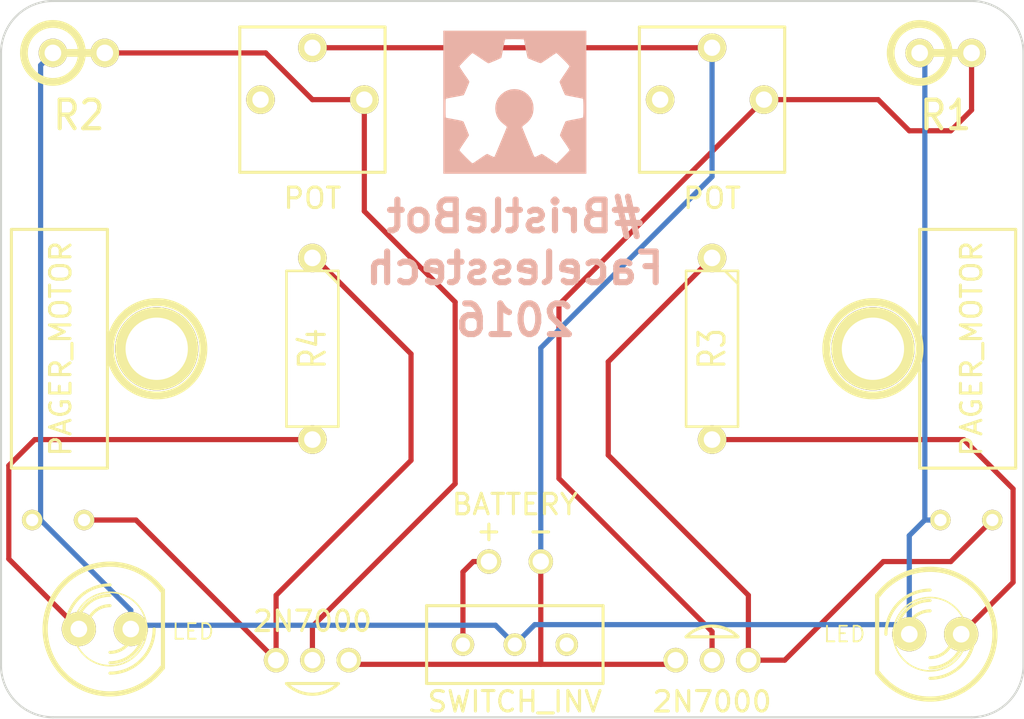
<source format=kicad_pcb>
(kicad_pcb (version 20171130) (host pcbnew "(5.1.12)-1")

  (general
    (thickness 1.6)
    (drawings 11)
    (tracks 68)
    (zones 0)
    (modules 17)
    (nets 10)
  )

  (page A3)
  (layers
    (0 F.Cu signal)
    (31 B.Cu signal)
    (32 B.Adhes user)
    (33 F.Adhes user)
    (34 B.Paste user)
    (35 F.Paste user)
    (36 B.SilkS user)
    (37 F.SilkS user)
    (38 B.Mask user)
    (39 F.Mask user)
    (40 Dwgs.User user)
    (41 Cmts.User user)
    (42 Eco1.User user)
    (43 Eco2.User user)
    (44 Edge.Cuts user)
  )

  (setup
    (last_trace_width 0.254)
    (trace_clearance 0.254)
    (zone_clearance 0.508)
    (zone_45_only no)
    (trace_min 0.254)
    (via_size 0.889)
    (via_drill 0.635)
    (via_min_size 0.889)
    (via_min_drill 0.508)
    (uvia_size 0.508)
    (uvia_drill 0.127)
    (uvias_allowed no)
    (uvia_min_size 0.508)
    (uvia_min_drill 0.127)
    (edge_width 0.1)
    (segment_width 0.2)
    (pcb_text_width 0.3)
    (pcb_text_size 1.5 1.5)
    (mod_edge_width 0.15)
    (mod_text_size 1 1)
    (mod_text_width 0.15)
    (pad_size 1.4 1.4)
    (pad_drill 0.8)
    (pad_to_mask_clearance 0)
    (aux_axis_origin 0 0)
    (visible_elements 7FFFFFFF)
    (pcbplotparams
      (layerselection 0x00030_ffffffff)
      (usegerberextensions true)
      (usegerberattributes true)
      (usegerberadvancedattributes true)
      (creategerberjobfile true)
      (excludeedgelayer true)
      (linewidth 0.150000)
      (plotframeref false)
      (viasonmask false)
      (mode 1)
      (useauxorigin false)
      (hpglpennumber 1)
      (hpglpenspeed 20)
      (hpglpendiameter 15.000000)
      (psnegative false)
      (psa4output false)
      (plotreference true)
      (plotvalue true)
      (plotinvisibletext false)
      (padsonsilk false)
      (subtractmaskfromsilk false)
      (outputformat 1)
      (mirror false)
      (drillshape 0)
      (scaleselection 1)
      (outputdirectory "gerber/"))
  )

  (net 0 "")
  (net 1 GND)
  (net 2 N-0000010)
  (net 3 N-0000011)
  (net 4 N-000002)
  (net 5 N-000004)
  (net 6 N-000006)
  (net 7 N-000007)
  (net 8 N-000008)
  (net 9 VCC)

  (net_class Default "This is the default net class."
    (clearance 0.254)
    (trace_width 0.254)
    (via_dia 0.889)
    (via_drill 0.635)
    (uvia_dia 0.508)
    (uvia_drill 0.127)
    (add_net GND)
    (add_net N-0000010)
    (add_net N-0000011)
    (add_net N-000002)
    (add_net N-000004)
    (add_net N-000006)
    (add_net N-000007)
    (add_net N-000008)
    (add_net VCC)
  )

  (module R1 (layer F.Cu) (tedit 5785481A) (tstamp 57829475)
    (at 298.196 176.53)
    (descr "Resistance verticale")
    (tags R)
    (path /57827EE1)
    (autoplace_cost90 10)
    (autoplace_cost180 10)
    (fp_text reference R1 (at 0 3.048) (layer F.SilkS)
      (effects (font (size 1.397 1.27) (thickness 0.2032)))
    )
    (fp_text value R (at -1.143 2.54) (layer F.SilkS) hide
      (effects (font (size 1.397 1.27) (thickness 0.2032)))
    )
    (fp_circle (center -1.27 0) (end -0.635 1.27) (layer F.SilkS) (width 0.381))
    (fp_line (start -1.27 0) (end 1.27 0) (layer F.SilkS) (width 0.381))
    (pad 1 thru_hole circle (at -1.27 0) (size 1.397 1.397) (drill 0.8128) (layers *.Cu *.Mask F.SilkS)
      (net 9 VCC))
    (pad 2 thru_hole circle (at 1.27 0) (size 1.397 1.397) (drill 0.8128) (layers *.Cu *.Mask F.SilkS)
      (net 2 N-0000010))
    (model discret/verti_resistor.wrl
      (at (xyz 0 0 0))
      (scale (xyz 1 1 1))
      (rotate (xyz 0 0 0))
    )
  )

  (module R1 (layer F.Cu) (tedit 5785482B) (tstamp 5782947D)
    (at 255.778 176.53)
    (descr "Resistance verticale")
    (tags R)
    (path /5782803E)
    (autoplace_cost90 10)
    (autoplace_cost180 10)
    (fp_text reference R2 (at 0 3.048) (layer F.SilkS)
      (effects (font (size 1.397 1.27) (thickness 0.2032)))
    )
    (fp_text value R (at -1.143 2.54) (layer F.SilkS) hide
      (effects (font (size 1.397 1.27) (thickness 0.2032)))
    )
    (fp_circle (center -1.27 0) (end -0.635 1.27) (layer F.SilkS) (width 0.381))
    (fp_line (start -1.27 0) (end 1.27 0) (layer F.SilkS) (width 0.381))
    (pad 1 thru_hole circle (at -1.27 0) (size 1.397 1.397) (drill 0.8128) (layers *.Cu *.Mask F.SilkS)
      (net 9 VCC))
    (pad 2 thru_hole circle (at 1.27 0) (size 1.397 1.397) (drill 0.8128) (layers *.Cu *.Mask F.SilkS)
      (net 4 N-000002))
    (model discret/verti_resistor.wrl
      (at (xyz 0 0 0))
      (scale (xyz 1 1 1))
      (rotate (xyz 0 0 0))
    )
  )

  (module switch_small_custom (layer F.Cu) (tedit 578547F4) (tstamp 5783B56A)
    (at 277.114 205.486)
    (path /5783B2B4)
    (fp_text reference SW1 (at 0 -4.064) (layer F.SilkS) hide
      (effects (font (size 1 1) (thickness 0.15)))
    )
    (fp_text value SWITCH_INV (at 0 2.794) (layer F.SilkS)
      (effects (font (size 1 1) (thickness 0.15)))
    )
    (fp_line (start -4.318 1.905) (end -4.318 -1.905) (layer F.SilkS) (width 0.15))
    (fp_line (start 4.318 1.905) (end -4.318 1.905) (layer F.SilkS) (width 0.15))
    (fp_line (start 4.318 -1.905) (end 4.318 1.905) (layer F.SilkS) (width 0.15))
    (fp_line (start -4.318 -1.905) (end 4.318 -1.905) (layer F.SilkS) (width 0.15))
    (pad 2 thru_hole circle (at 0 0) (size 1.1 1.1) (drill 0.7) (layers *.Cu *.Mask F.SilkS)
      (net 9 VCC))
    (pad 1 thru_hole circle (at -2.54 0) (size 1.1 1.1) (drill 0.7) (layers *.Cu *.Mask F.SilkS)
      (net 3 N-0000011))
    (pad 3 thru_hole circle (at 2.54 0) (size 1.1 1.1) (drill 0.7) (layers *.Cu *.Mask F.SilkS))
  )

  (module 1pin (layer F.Cu) (tedit 5785474C) (tstamp 578440AF)
    (at 259.588 191.008)
    (descr "module 1 pin (ou trou mecanique de percage)")
    (tags DEV)
    (path 1pin)
    (fp_text reference 1PIN_2 (at 0 -3.048) (layer F.SilkS) hide
      (effects (font (size 1.016 1.016) (thickness 0.254)))
    )
    (fp_text value P*** (at 0 2.794) (layer F.SilkS) hide
      (effects (font (size 1.016 1.016) (thickness 0.254)))
    )
    (fp_circle (center 0 0) (end 0 -2.286) (layer F.SilkS) (width 0.381))
    (pad 1 thru_hole circle (at 0 0) (size 4.064 4.064) (drill 3.048) (layers *.Cu *.Mask F.SilkS))
  )

  (module 1pin (layer F.Cu) (tedit 57854726) (tstamp 578440BC)
    (at 294.64 191.008)
    (descr "module 1 pin (ou trou mecanique de percage)")
    (tags DEV)
    (path 1pin)
    (fp_text reference 1PIN (at 0 -3.048) (layer F.SilkS) hide
      (effects (font (size 1.016 1.016) (thickness 0.254)))
    )
    (fp_text value P*** (at 0 2.794) (layer F.SilkS) hide
      (effects (font (size 1.016 1.016) (thickness 0.254)))
    )
    (fp_circle (center 0 0) (end 0 -2.286) (layer F.SilkS) (width 0.381))
    (pad 1 thru_hole circle (at 0 0) (size 4.064 4.064) (drill 3.048) (layers *.Cu *.Mask F.SilkS))
  )

  (module battery_custom (layer F.Cu) (tedit 7FFFFFFF) (tstamp 5783E5CA)
    (at 277.114 201.422)
    (path /57827288)
    (fp_text reference BT1 (at 0 -3.302) (layer F.SilkS) hide
      (effects (font (size 1 1) (thickness 0.15)))
    )
    (fp_text value BATTERY (at 0 -2.794) (layer F.SilkS)
      (effects (font (size 1 1) (thickness 0.15)))
    )
    (fp_text user - (at 1.27 -1.524) (layer F.SilkS)
      (effects (font (size 1 1) (thickness 0.15)))
    )
    (fp_text user + (at -1.27 -1.524) (layer F.SilkS)
      (effects (font (size 1 1) (thickness 0.15)))
    )
    (pad 1 thru_hole circle (at -1.27 0) (size 1.2 1.2) (drill 0.8) (layers *.Cu *.Mask F.SilkS)
      (net 3 N-0000011))
    (pad 2 thru_hole circle (at 1.27 0) (size 1.2 1.2) (drill 0.8) (layers *.Cu *.Mask F.SilkS)
      (net 1 GND))
  )

  (module R3-5 (layer F.Cu) (tedit 578539B6) (tstamp 57853C5D)
    (at 267.208 191.008 270)
    (path /578513EE)
    (fp_text reference R4 (at 0 0 270) (layer F.SilkS)
      (effects (font (size 1.27 1.016) (thickness 0.1524)))
    )
    (fp_text value R (at 0 0 270) (layer F.SilkS) hide
      (effects (font (size 1.27 1.016) (thickness 0.1524)))
    )
    (fp_line (start -3.81 -0.635) (end -3.175 -1.27) (layer F.SilkS) (width 0.127))
    (fp_line (start 3.81 0) (end 4.445 0) (layer F.SilkS) (width 0.127))
    (fp_line (start -4.445 0) (end -3.81 0) (layer F.SilkS) (width 0.127))
    (fp_line (start -3.81 -1.27) (end -3.81 -0.635) (layer F.SilkS) (width 0.127))
    (fp_line (start 3.81 -1.27) (end -3.81 -1.27) (layer F.SilkS) (width 0.127))
    (fp_line (start 3.81 1.27) (end 3.81 -1.27) (layer F.SilkS) (width 0.127))
    (fp_line (start -3.81 1.27) (end 3.81 1.27) (layer F.SilkS) (width 0.127))
    (fp_line (start -3.81 -0.635) (end -3.81 1.27) (layer F.SilkS) (width 0.127))
    (pad 1 thru_hole circle (at -4.445 0 270) (size 1.397 1.397) (drill 0.8128) (layers *.Cu *.Mask F.SilkS)
      (net 5 N-000004))
    (pad 2 thru_hole circle (at 4.445 0 270) (size 1.397 1.397) (drill 0.8128) (layers *.Cu *.Mask F.SilkS)
      (net 6 N-000006))
    (model discret/resistor.wrl
      (at (xyz 0 0 0))
      (scale (xyz 0.35 0.35 0.3))
      (rotate (xyz 0 0 0))
    )
  )

  (module R3-5 (layer F.Cu) (tedit 3F979F9F) (tstamp 57853C4E)
    (at 286.766 191.008 270)
    (path /5785145C)
    (fp_text reference R3 (at 0 0 270) (layer F.SilkS)
      (effects (font (size 1.27 1.016) (thickness 0.1524)))
    )
    (fp_text value R (at 0 0 270) (layer F.SilkS) hide
      (effects (font (size 1.27 1.016) (thickness 0.1524)))
    )
    (fp_line (start -3.81 -0.635) (end -3.175 -1.27) (layer F.SilkS) (width 0.127))
    (fp_line (start 3.81 0) (end 4.445 0) (layer F.SilkS) (width 0.127))
    (fp_line (start -4.445 0) (end -3.81 0) (layer F.SilkS) (width 0.127))
    (fp_line (start -3.81 -1.27) (end -3.81 -0.635) (layer F.SilkS) (width 0.127))
    (fp_line (start 3.81 -1.27) (end -3.81 -1.27) (layer F.SilkS) (width 0.127))
    (fp_line (start 3.81 1.27) (end 3.81 -1.27) (layer F.SilkS) (width 0.127))
    (fp_line (start -3.81 1.27) (end 3.81 1.27) (layer F.SilkS) (width 0.127))
    (fp_line (start -3.81 -0.635) (end -3.81 1.27) (layer F.SilkS) (width 0.127))
    (pad 1 thru_hole circle (at -4.445 0 270) (size 1.397 1.397) (drill 0.8128) (layers *.Cu *.Mask F.SilkS)
      (net 8 N-000008))
    (pad 2 thru_hole circle (at 4.445 0 270) (size 1.397 1.397) (drill 0.8128) (layers *.Cu *.Mask F.SilkS)
      (net 7 N-000007))
    (model discret/resistor.wrl
      (at (xyz 0 0 0))
      (scale (xyz 0.35 0.35 0.3))
      (rotate (xyz 0 0 0))
    )
  )

  (module LED-5MM (layer F.Cu) (tedit 578547A2) (tstamp 578514F7)
    (at 257.048 204.724)
    (descr "LED 5mm - Lead pitch 100mil (2,54mm)")
    (tags "LED led 5mm 5MM 100mil 2,54mm")
    (path /578513D5)
    (fp_text reference D2 (at 0 -3.81) (layer F.SilkS) hide
      (effects (font (size 0.762 0.762) (thickness 0.0889)))
    )
    (fp_text value LED (at 4.318 0.127) (layer F.SilkS)
      (effects (font (size 0.762 0.762) (thickness 0.0889)))
    )
    (fp_circle (center 0.254 0) (end -1.016 1.27) (layer F.SilkS) (width 0.0762))
    (fp_line (start 2.8448 1.905) (end 2.8448 -1.905) (layer F.SilkS) (width 0.2032))
    (fp_arc (start 0.254 0) (end 2.794 1.905) (angle 286.2) (layer F.SilkS) (width 0.254))
    (fp_arc (start 0.254 0) (end -0.889 0) (angle 90) (layer F.SilkS) (width 0.1524))
    (fp_arc (start 0.254 0) (end 1.397 0) (angle 90) (layer F.SilkS) (width 0.1524))
    (fp_arc (start 0.254 0) (end -1.397 0) (angle 90) (layer F.SilkS) (width 0.1524))
    (fp_arc (start 0.254 0) (end 1.905 0) (angle 90) (layer F.SilkS) (width 0.1524))
    (fp_arc (start 0.254 0) (end -1.905 0) (angle 90) (layer F.SilkS) (width 0.1524))
    (fp_arc (start 0.254 0) (end 2.413 0) (angle 90) (layer F.SilkS) (width 0.1524))
    (pad 1 thru_hole circle (at -1.27 0) (size 1.6764 1.6764) (drill 0.8128) (layers *.Cu *.Mask F.SilkS)
      (net 6 N-000006))
    (pad 2 thru_hole circle (at 1.27 0) (size 1.6764 1.6764) (drill 0.8128) (layers *.Cu *.Mask F.SilkS)
      (net 9 VCC))
    (model discret/leds/led5_vertical_verde.wrl
      (at (xyz 0 0 0))
      (scale (xyz 1 1 1))
      (rotate (xyz 0 0 0))
    )
  )

  (module LED-5MM (layer F.Cu) (tedit 57854803) (tstamp 57851506)
    (at 297.688 204.978 180)
    (descr "LED 5mm - Lead pitch 100mil (2,54mm)")
    (tags "LED led 5mm 5MM 100mil 2,54mm")
    (path /5785146C)
    (fp_text reference D1 (at 0 -3.81 180) (layer F.SilkS) hide
      (effects (font (size 0.762 0.762) (thickness 0.0889)))
    )
    (fp_text value LED (at 4.445 0 180) (layer F.SilkS)
      (effects (font (size 0.762 0.762) (thickness 0.0889)))
    )
    (fp_circle (center 0.254 0) (end -1.016 1.27) (layer F.SilkS) (width 0.0762))
    (fp_line (start 2.8448 1.905) (end 2.8448 -1.905) (layer F.SilkS) (width 0.2032))
    (fp_arc (start 0.254 0) (end 2.794 1.905) (angle 286.2) (layer F.SilkS) (width 0.254))
    (fp_arc (start 0.254 0) (end -0.889 0) (angle 90) (layer F.SilkS) (width 0.1524))
    (fp_arc (start 0.254 0) (end 1.397 0) (angle 90) (layer F.SilkS) (width 0.1524))
    (fp_arc (start 0.254 0) (end -1.397 0) (angle 90) (layer F.SilkS) (width 0.1524))
    (fp_arc (start 0.254 0) (end 1.905 0) (angle 90) (layer F.SilkS) (width 0.1524))
    (fp_arc (start 0.254 0) (end -1.905 0) (angle 90) (layer F.SilkS) (width 0.1524))
    (fp_arc (start 0.254 0) (end 2.413 0) (angle 90) (layer F.SilkS) (width 0.1524))
    (pad 1 thru_hole circle (at -1.27 0 180) (size 1.6764 1.6764) (drill 0.8128) (layers *.Cu *.Mask F.SilkS)
      (net 7 N-000007))
    (pad 2 thru_hole circle (at 1.27 0 180) (size 1.6764 1.6764) (drill 0.8128) (layers *.Cu *.Mask F.SilkS)
      (net 9 VCC))
    (model discret/leds/led5_vertical_verde.wrl
      (at (xyz 0 0 0))
      (scale (xyz 1 1 1))
      (rotate (xyz 0 0 0))
    )
  )

  (module pager_motor_custom (layer F.Cu) (tedit 57854733) (tstamp 5785361D)
    (at 299.212 199.39)
    (path /578277E3)
    (fp_text reference M1 (at -4.064 -6.35 90) (layer F.SilkS) hide
      (effects (font (size 1 1) (thickness 0.15)))
    )
    (fp_text value PAGER_MOTOR (at 0.254 -8.382 90) (layer F.SilkS)
      (effects (font (size 1 1) (thickness 0.15)))
    )
    (fp_line (start -2.286 -2.54) (end -2.286 -14.224) (layer F.SilkS) (width 0.15))
    (fp_line (start 2.413 -2.54) (end -2.286 -2.54) (layer F.SilkS) (width 0.15))
    (fp_line (start 2.413 -14.224) (end 2.413 -2.54) (layer F.SilkS) (width 0.15))
    (fp_line (start -2.286 -14.224) (end 2.413 -14.224) (layer F.SilkS) (width 0.15))
    (pad 1 thru_hole circle (at -1.27 0) (size 1 1) (drill 0.6) (layers *.Cu *.Mask F.SilkS)
      (net 9 VCC))
    (pad 2 thru_hole circle (at 1.27 0) (size 1 1) (drill 0.6) (layers *.Cu *.Mask F.SilkS)
      (net 8 N-000008))
  )

  (module pager_motor_custom (layer F.Cu) (tedit 57854748) (tstamp 57853627)
    (at 254.762 199.39)
    (path /5782801C)
    (fp_text reference M2 (at -4.064 -6.35 90) (layer F.SilkS) hide
      (effects (font (size 1 1) (thickness 0.15)))
    )
    (fp_text value PAGER_MOTOR (at 0.127 -8.382 90) (layer F.SilkS)
      (effects (font (size 1 1) (thickness 0.15)))
    )
    (fp_line (start -2.286 -2.54) (end -2.286 -14.224) (layer F.SilkS) (width 0.15))
    (fp_line (start 2.413 -2.54) (end -2.286 -2.54) (layer F.SilkS) (width 0.15))
    (fp_line (start 2.413 -14.224) (end 2.413 -2.54) (layer F.SilkS) (width 0.15))
    (fp_line (start -2.286 -14.224) (end 2.413 -14.224) (layer F.SilkS) (width 0.15))
    (pad 1 thru_hole circle (at -1.27 0) (size 1 1) (drill 0.6) (layers *.Cu *.Mask F.SilkS)
      (net 9 VCC))
    (pad 2 thru_hole circle (at 1.27 0) (size 1 1) (drill 0.6) (layers *.Cu *.Mask F.SilkS)
      (net 5 N-000004))
  )

  (module OSH_final_silks_back (layer F.Cu) (tedit 0) (tstamp 5786014F)
    (at 277.114 178.943)
    (fp_text reference VAL (at 0 0) (layer F.SilkS) hide
      (effects (font (size 1.143 1.143) (thickness 0.1778)))
    )
    (fp_text value OSH_final_silks_back (at 0 0) (layer F.SilkS) hide
      (effects (font (size 1.143 1.143) (thickness 0.1778)))
    )
    (fp_poly (pts (xy -3.50012 3.50012) (xy -3.3909 3.50012) (xy -3.3909 0.4318) (xy -3.3909 0.29464)
      (xy -3.3909 0.14986) (xy -3.3909 0.0381) (xy -3.38836 -0.04572) (xy -3.38582 -0.10414)
      (xy -3.38074 -0.14224) (xy -3.37566 -0.1651) (xy -3.36804 -0.17272) (xy -3.34264 -0.1778)
      (xy -3.2893 -0.1905) (xy -3.21056 -0.20574) (xy -3.1115 -0.22606) (xy -2.99974 -0.24638)
      (xy -2.92608 -0.25908) (xy -2.80924 -0.28194) (xy -2.70256 -0.30226) (xy -2.61366 -0.32004)
      (xy -2.54762 -0.33528) (xy -2.50952 -0.3429) (xy -2.49936 -0.34798) (xy -2.4892 -0.3683)
      (xy -2.46634 -0.41656) (xy -2.43586 -0.48514) (xy -2.4003 -0.56642) (xy -2.3622 -0.65532)
      (xy -2.3241 -0.74676) (xy -2.28854 -0.83312) (xy -2.25806 -0.90678) (xy -2.23774 -0.96266)
      (xy -2.22504 -0.99568) (xy -2.22504 -0.99822) (xy -2.2352 -1.02362) (xy -2.2606 -1.07188)
      (xy -2.30124 -1.13284) (xy -2.33934 -1.19126) (xy -2.4511 -1.34874) (xy -2.54 -1.48082)
      (xy -2.60858 -1.58496) (xy -2.65938 -1.6637) (xy -2.6924 -1.71958) (xy -2.70764 -1.7526)
      (xy -2.71018 -1.75768) (xy -2.69748 -1.778) (xy -2.66446 -1.81864) (xy -2.61366 -1.87452)
      (xy -2.54762 -1.9431) (xy -2.4765 -2.0193) (xy -2.39776 -2.09804) (xy -2.31902 -2.17678)
      (xy -2.24536 -2.25044) (xy -2.17932 -2.31394) (xy -2.12598 -2.36474) (xy -2.08788 -2.39522)
      (xy -2.07264 -2.40538) (xy -2.05232 -2.39522) (xy -2.0066 -2.36728) (xy -1.94056 -2.32664)
      (xy -1.85928 -2.27076) (xy -1.76276 -2.20726) (xy -1.68656 -2.15392) (xy -1.58242 -2.08534)
      (xy -1.49098 -2.02184) (xy -1.41224 -1.97104) (xy -1.35128 -1.93294) (xy -1.31064 -1.91008)
      (xy -1.29794 -1.90246) (xy -1.27254 -1.91008) (xy -1.2192 -1.92786) (xy -1.14808 -1.9558)
      (xy -1.06426 -1.99136) (xy -0.97282 -2.02692) (xy -0.88392 -2.06756) (xy -0.80264 -2.10312)
      (xy -0.73406 -2.13614) (xy -0.6858 -2.159) (xy -0.66294 -2.17424) (xy -0.65532 -2.19964)
      (xy -0.64262 -2.25298) (xy -0.62738 -2.33172) (xy -0.60706 -2.43078) (xy -0.58674 -2.54254)
      (xy -0.57404 -2.6035) (xy -0.55372 -2.72034) (xy -0.53086 -2.82956) (xy -0.51308 -2.921)
      (xy -0.49784 -2.99212) (xy -0.48768 -3.03784) (xy -0.48514 -3.048) (xy -0.47752 -3.0607)
      (xy -0.4699 -3.06832) (xy -0.45212 -3.07594) (xy -0.42418 -3.08102) (xy -0.381 -3.08356)
      (xy -0.3175 -3.0861) (xy -0.2286 -3.0861) (xy -0.11176 -3.08864) (xy -0.02032 -3.08864)
      (xy 0.10922 -3.0861) (xy 0.22352 -3.0861) (xy 0.3175 -3.08102) (xy 0.38862 -3.07848)
      (xy 0.42926 -3.0734) (xy 0.43942 -3.07086) (xy 0.4445 -3.05054) (xy 0.4572 -2.9972)
      (xy 0.47244 -2.921) (xy 0.49276 -2.82194) (xy 0.51308 -2.71018) (xy 0.53086 -2.6162)
      (xy 0.55372 -2.49682) (xy 0.57658 -2.38506) (xy 0.5969 -2.29108) (xy 0.61468 -2.21996)
      (xy 0.62738 -2.17424) (xy 0.635 -2.16154) (xy 0.6604 -2.14376) (xy 0.7112 -2.1209)
      (xy 0.78232 -2.09042) (xy 0.86614 -2.05486) (xy 0.95758 -2.0193) (xy 1.04648 -1.98374)
      (xy 1.1303 -1.95072) (xy 1.20142 -1.92786) (xy 1.25222 -1.91262) (xy 1.27508 -1.90754)
      (xy 1.2954 -1.92024) (xy 1.34366 -1.95072) (xy 1.4097 -1.9939) (xy 1.49352 -2.04978)
      (xy 1.59004 -2.11328) (xy 1.65608 -2.16154) (xy 1.75768 -2.23012) (xy 1.84658 -2.29108)
      (xy 1.92532 -2.34188) (xy 1.98628 -2.37998) (xy 2.02184 -2.4003) (xy 2.032 -2.40538)
      (xy 2.05232 -2.39268) (xy 2.09296 -2.35966) (xy 2.14884 -2.30632) (xy 2.21996 -2.23774)
      (xy 2.30378 -2.15646) (xy 2.36728 -2.09296) (xy 2.47142 -1.98882) (xy 2.5527 -1.905)
      (xy 2.61112 -1.8415) (xy 2.64668 -1.79578) (xy 2.667 -1.7653) (xy 2.66954 -1.74752)
      (xy 2.65684 -1.72466) (xy 2.6289 -1.6764) (xy 2.58318 -1.60528) (xy 2.5273 -1.52146)
      (xy 2.4638 -1.42748) (xy 2.4257 -1.3716) (xy 2.35966 -1.27254) (xy 2.2987 -1.1811)
      (xy 2.2479 -1.10236) (xy 2.21234 -1.04394) (xy 2.19202 -1.00584) (xy 2.18948 -0.99568)
      (xy 2.1971 -0.97028) (xy 2.21488 -0.91948) (xy 2.24282 -0.84836) (xy 2.27838 -0.76454)
      (xy 2.31394 -0.6731) (xy 2.35204 -0.58166) (xy 2.39014 -0.50038) (xy 2.42062 -0.42926)
      (xy 2.44602 -0.37846) (xy 2.45872 -0.35306) (xy 2.48158 -0.34544) (xy 2.53238 -0.33274)
      (xy 2.60858 -0.31496) (xy 2.7051 -0.29464) (xy 2.81686 -0.27432) (xy 2.89052 -0.25908)
      (xy 3.0099 -0.23622) (xy 3.11658 -0.2159) (xy 3.20802 -0.19812) (xy 3.27914 -0.18542)
      (xy 3.32232 -0.17526) (xy 3.33248 -0.17272) (xy 3.3401 -0.1524) (xy 3.34772 -0.1016)
      (xy 3.35026 -0.02794) (xy 3.35534 0.0635) (xy 3.35788 0.17018) (xy 3.35788 0.2794)
      (xy 3.35788 0.39116) (xy 3.35788 0.49784) (xy 3.3528 0.59182) (xy 3.34772 0.67056)
      (xy 3.34264 0.7239) (xy 3.33502 0.7493) (xy 3.30962 0.75692) (xy 3.25628 0.76962)
      (xy 3.18008 0.7874) (xy 3.08102 0.80772) (xy 2.96926 0.82804) (xy 2.9083 0.84074)
      (xy 2.794 0.86106) (xy 2.68732 0.88392) (xy 2.59842 0.90424) (xy 2.53238 0.91948)
      (xy 2.49174 0.93218) (xy 2.48412 0.93726) (xy 2.47142 0.96012) (xy 2.44856 1.01092)
      (xy 2.41808 1.08204) (xy 2.37998 1.16586) (xy 2.34442 1.25984) (xy 2.30632 1.35382)
      (xy 2.27076 1.44272) (xy 2.24028 1.51892) (xy 2.21996 1.57988) (xy 2.2098 1.61544)
      (xy 2.20726 1.62052) (xy 2.21742 1.64084) (xy 2.24536 1.68656) (xy 2.28854 1.7526)
      (xy 2.34188 1.83388) (xy 2.40538 1.92786) (xy 2.44094 1.97866) (xy 2.50952 2.07772)
      (xy 2.56794 2.16662) (xy 2.6162 2.24536) (xy 2.65176 2.30378) (xy 2.67208 2.33934)
      (xy 2.67462 2.3495) (xy 2.66192 2.36728) (xy 2.6289 2.40792) (xy 2.5781 2.4638)
      (xy 2.5146 2.53238) (xy 2.44094 2.60858) (xy 2.36474 2.68732) (xy 2.286 2.76606)
      (xy 2.21234 2.83972) (xy 2.1463 2.90322) (xy 2.09296 2.95402) (xy 2.0574 2.98704)
      (xy 2.03962 2.9972) (xy 2.02184 2.98704) (xy 1.97866 2.96164) (xy 1.91516 2.91846)
      (xy 1.83388 2.86512) (xy 1.74244 2.80162) (xy 1.68656 2.76352) (xy 1.5875 2.69748)
      (xy 1.4986 2.63906) (xy 1.4224 2.58826) (xy 1.36398 2.5527) (xy 1.32842 2.53238)
      (xy 1.3208 2.52984) (xy 1.2954 2.53746) (xy 1.24714 2.56032) (xy 1.18364 2.5908)
      (xy 1.14046 2.61366) (xy 1.06426 2.65176) (xy 1.01346 2.67462) (xy 0.97536 2.67462)
      (xy 0.94742 2.65176) (xy 0.92202 2.6035) (xy 0.889 2.52222) (xy 0.88392 2.51206)
      (xy 0.8636 2.4638) (xy 0.83312 2.38506) (xy 0.79248 2.286) (xy 0.74422 2.16662)
      (xy 0.68834 2.03708) (xy 0.63246 1.89738) (xy 0.59436 1.80848) (xy 0.53848 1.67386)
      (xy 0.48768 1.54686) (xy 0.4445 1.43764) (xy 0.4064 1.34366) (xy 0.37846 1.27254)
      (xy 0.36322 1.22682) (xy 0.35814 1.21412) (xy 0.37338 1.19126) (xy 0.40894 1.1557)
      (xy 0.46228 1.11252) (xy 0.48514 1.09474) (xy 0.635 0.97028) (xy 0.7493 0.8382)
      (xy 0.83312 0.6985) (xy 0.88646 0.5461) (xy 0.91186 0.37592) (xy 0.9144 0.28448)
      (xy 0.89916 0.1016) (xy 0.8509 -0.06604) (xy 0.76708 -0.22098) (xy 0.65278 -0.36068)
      (xy 0.6096 -0.40132) (xy 0.46482 -0.508) (xy 0.30734 -0.5842) (xy 0.14224 -0.62992)
      (xy -0.0254 -0.64262) (xy -0.19558 -0.62738) (xy -0.35814 -0.57912) (xy -0.51308 -0.50292)
      (xy -0.65278 -0.3937) (xy -0.70104 -0.34798) (xy -0.81534 -0.2032) (xy -0.89408 -0.0508)
      (xy -0.94234 0.1143) (xy -0.95758 0.29464) (xy -0.95758 0.29718) (xy -0.9398 0.47752)
      (xy -0.89154 0.6477) (xy -0.81026 0.80264) (xy -0.69342 0.94488) (xy -0.5461 1.07696)
      (xy -0.50546 1.10744) (xy -0.45212 1.14808) (xy -0.41402 1.18364) (xy -0.39624 1.20904)
      (xy -0.3937 1.21158) (xy -0.40132 1.23698) (xy -0.4191 1.28778) (xy -0.44704 1.35636)
      (xy -0.48006 1.43764) (xy -0.4826 1.4478) (xy -0.51308 1.52146) (xy -0.55626 1.62052)
      (xy -0.60452 1.7399) (xy -0.6604 1.87198) (xy -0.71882 2.01168) (xy -0.7747 2.15138)
      (xy -0.77978 2.16154) (xy -0.83312 2.28854) (xy -0.88138 2.40284) (xy -0.92456 2.50444)
      (xy -0.96012 2.58572) (xy -0.98552 2.64414) (xy -1.00076 2.67716) (xy -1.0033 2.6797)
      (xy -1.02616 2.6797) (xy -1.07188 2.66192) (xy -1.13792 2.63398) (xy -1.17856 2.61366)
      (xy -1.24968 2.5781) (xy -1.3081 2.55016) (xy -1.34874 2.53238) (xy -1.36144 2.52984)
      (xy -1.38176 2.54) (xy -1.42748 2.56794) (xy -1.49352 2.60858) (xy -1.5748 2.66192)
      (xy -1.66624 2.72542) (xy -1.69418 2.7432) (xy -1.78816 2.80924) (xy -1.87706 2.86766)
      (xy -1.95072 2.91846) (xy -2.0066 2.95402) (xy -2.03962 2.97688) (xy -2.0447 2.97942)
      (xy -2.05994 2.9845) (xy -2.07518 2.98196) (xy -2.0955 2.9718) (xy -2.12598 2.95148)
      (xy -2.16662 2.91338) (xy -2.22504 2.86004) (xy -2.2987 2.78638) (xy -2.39776 2.68986)
      (xy -2.4892 2.59588) (xy -2.57048 2.51206) (xy -2.63398 2.44348) (xy -2.68224 2.3876)
      (xy -2.7051 2.35458) (xy -2.71018 2.34696) (xy -2.70002 2.32156) (xy -2.67208 2.2733)
      (xy -2.63144 2.20472) (xy -2.57556 2.1209) (xy -2.51206 2.02692) (xy -2.4765 1.97358)
      (xy -2.41046 1.87706) (xy -2.35204 1.78816) (xy -2.30124 1.7145) (xy -2.26568 1.65862)
      (xy -2.24536 1.6256) (xy -2.24282 1.62052) (xy -2.25044 1.59766) (xy -2.26822 1.54686)
      (xy -2.29616 1.47828) (xy -2.32664 1.39446) (xy -2.36474 1.30302) (xy -2.40284 1.21158)
      (xy -2.4384 1.12268) (xy -2.47142 1.04394) (xy -2.49682 0.98552) (xy -2.5146 0.94996)
      (xy -2.51714 0.94488) (xy -2.53238 0.93218) (xy -2.5654 0.92202) (xy -2.6162 0.90678)
      (xy -2.68986 0.889) (xy -2.78638 0.86868) (xy -2.91338 0.84582) (xy -3.07086 0.81534)
      (xy -3.16738 0.79756) (xy -3.24358 0.78486) (xy -3.30708 0.77216) (xy -3.35026 0.762)
      (xy -3.36042 0.75946) (xy -3.37058 0.75438) (xy -3.3782 0.74422) (xy -3.38328 0.71882)
      (xy -3.38582 0.68072) (xy -3.38836 0.6223) (xy -3.3909 0.54102) (xy -3.3909 0.4318)
      (xy -3.3909 3.50012) (xy 0 3.50012) (xy 3.50012 3.50012) (xy 3.50012 0)
      (xy 3.50012 -3.50012) (xy 0 -3.50012) (xy -3.50012 -3.50012) (xy -3.50012 0)
      (xy -3.50012 3.50012)) (layer B.SilkS) (width 0.00254))
  )

  (module 2N7000 (layer F.Cu) (tedit 57855044) (tstamp 5785505D)
    (at 286.766 206.248)
    (path /578278B4)
    (fp_text reference Q1 (at 0 -2.667) (layer F.SilkS) hide
      (effects (font (size 1 1) (thickness 0.15)))
    )
    (fp_text value 2N7000 (at 0 2.032) (layer F.SilkS)
      (effects (font (size 1 1) (thickness 0.15)))
    )
    (fp_line (start -1.27 -1.143) (end 1.27 -1.143) (layer F.SilkS) (width 0.15))
    (fp_arc (start 0 0.127) (end -1.27 -1.143) (angle 90) (layer F.SilkS) (width 0.15))
    (pad 1 thru_hole circle (at -1.778 0) (size 1.2 1.2) (drill 0.8) (layers *.Cu *.Mask F.SilkS)
      (net 1 GND))
    (pad 2 thru_hole circle (at 0 0) (size 1.2 1.2) (drill 0.8) (layers *.Cu *.Mask F.SilkS)
      (net 2 N-0000010))
    (pad 3 thru_hole circle (at 1.778 0) (size 1.2 1.2) (drill 0.8) (layers *.Cu *.Mask F.SilkS)
      (net 8 N-000008))
  )

  (module 2N7000 (layer F.Cu) (tedit 5785504E) (tstamp 5785502E)
    (at 267.208 206.248 180)
    (path /57828032)
    (fp_text reference Q2 (at 0 -2.667 180) (layer F.SilkS) hide
      (effects (font (size 1 1) (thickness 0.15)))
    )
    (fp_text value 2N7000 (at 0 1.905 180) (layer F.SilkS)
      (effects (font (size 1 1) (thickness 0.15)))
    )
    (fp_line (start -1.27 -1.143) (end 1.27 -1.143) (layer F.SilkS) (width 0.15))
    (fp_arc (start 0 0.127) (end -1.27 -1.143) (angle 90) (layer F.SilkS) (width 0.15))
    (pad 1 thru_hole circle (at -1.778 0 180) (size 1.2 1.2) (drill 0.8) (layers *.Cu *.Mask F.SilkS)
      (net 1 GND))
    (pad 2 thru_hole circle (at 0 0 180) (size 1.2 1.2) (drill 0.8) (layers *.Cu *.Mask F.SilkS)
      (net 4 N-000002))
    (pad 3 thru_hole circle (at 1.778 0 180) (size 1.2 1.2) (drill 0.8) (layers *.Cu *.Mask F.SilkS)
      (net 5 N-000004))
  )

  (module pot_custom (layer F.Cu) (tedit 57855160) (tstamp 57855134)
    (at 286.766 178.816)
    (path /5782721D)
    (fp_text reference RV1 (at -5.08 0 90) (layer F.SilkS) hide
      (effects (font (size 1 1) (thickness 0.15)))
    )
    (fp_text value POT (at 0 4.826) (layer F.SilkS)
      (effects (font (size 1 1) (thickness 0.15)))
    )
    (fp_line (start -3.556 -3.556) (end 3.556 -3.556) (layer F.SilkS) (width 0.15))
    (fp_line (start 3.556 3.556) (end -3.556 3.556) (layer F.SilkS) (width 0.15))
    (fp_line (start 3.556 -3.556) (end 3.556 3.556) (layer F.SilkS) (width 0.15))
    (fp_line (start -3.556 -3.556) (end -3.556 3.556) (layer F.SilkS) (width 0.15))
    (pad 1 thru_hole circle (at -2.54 0) (size 1.4 1.4) (drill 0.8) (layers *.Cu *.Mask F.SilkS))
    (pad 2 thru_hole circle (at 0 -2.54) (size 1.4 1.4) (drill 0.8) (layers *.Cu *.Mask F.SilkS)
      (net 1 GND))
    (pad 3 thru_hole circle (at 2.54 0) (size 1.4 1.4) (drill 0.8) (layers *.Cu *.Mask F.SilkS)
      (net 2 N-0000010))
  )

  (module pot_custom (layer F.Cu) (tedit 5785514F) (tstamp 5785513F)
    (at 267.208 178.816)
    (path /5782804A)
    (fp_text reference RV2 (at -5.08 0 90) (layer F.SilkS) hide
      (effects (font (size 1 1) (thickness 0.15)))
    )
    (fp_text value POT (at 0 4.826) (layer F.SilkS)
      (effects (font (size 1 1) (thickness 0.15)))
    )
    (fp_line (start -3.556 -3.556) (end 3.556 -3.556) (layer F.SilkS) (width 0.15))
    (fp_line (start 3.556 3.556) (end -3.556 3.556) (layer F.SilkS) (width 0.15))
    (fp_line (start 3.556 -3.556) (end 3.556 3.556) (layer F.SilkS) (width 0.15))
    (fp_line (start -3.556 -3.556) (end -3.556 3.556) (layer F.SilkS) (width 0.15))
    (pad 1 thru_hole circle (at -2.54 0) (size 1.4 1.4) (drill 0.8) (layers *.Cu *.Mask F.SilkS))
    (pad 2 thru_hole circle (at 0 -2.54) (size 1.4 1.4) (drill 0.8) (layers *.Cu *.Mask F.SilkS)
      (net 1 GND))
    (pad 3 thru_hole circle (at 2.54 0) (size 1.4 1.4) (drill 0.8) (layers *.Cu *.Mask F.SilkS)
      (net 4 N-000002))
  )

  (gr_text 2016 (at 277.114 189.611) (layer B.SilkS)
    (effects (font (size 1.5 1.5) (thickness 0.3)) (justify mirror))
  )
  (gr_text Facelesstech (at 277.114 187.071) (layer B.SilkS)
    (effects (font (size 1.5 1.5) (thickness 0.3)) (justify mirror))
  )
  (gr_text "#BristleBot" (at 277.114 184.531) (layer B.SilkS)
    (effects (font (size 1.5 1.5) (thickness 0.3)) (justify mirror))
  )
  (gr_line (start 254.508 173.99) (end 299.466 173.99) (angle 90) (layer Edge.Cuts) (width 0.1))
  (gr_line (start 251.968 206.502) (end 251.968 176.53) (angle 90) (layer Edge.Cuts) (width 0.1))
  (gr_line (start 299.466 209.042) (end 254.508 209.042) (angle 90) (layer Edge.Cuts) (width 0.1))
  (gr_line (start 302.006 176.53) (end 302.006 206.502) (angle 90) (layer Edge.Cuts) (width 0.1))
  (gr_arc (start 299.466 176.53) (end 299.466 173.99) (angle 90) (layer Edge.Cuts) (width 0.1))
  (gr_arc (start 299.466 206.502) (end 302.006 206.502) (angle 90) (layer Edge.Cuts) (width 0.1))
  (gr_arc (start 254.508 206.502) (end 254.508 209.042) (angle 90) (layer Edge.Cuts) (width 0.1))
  (gr_arc (start 254.508 176.53) (end 251.968 176.53) (angle 90) (layer Edge.Cuts) (width 0.1))

  (segment (start 278.384 206.4519) (end 278.384 201.422) (width 0.254) (layer F.Cu) (net 1))
  (segment (start 278.384 206.4519) (end 284.7841 206.4519) (width 0.254) (layer F.Cu) (net 1))
  (segment (start 284.7841 206.4519) (end 284.988 206.248) (width 0.254) (layer F.Cu) (net 1))
  (segment (start 268.986 206.248) (end 269.1899 206.4519) (width 0.254) (layer F.Cu) (net 1))
  (segment (start 269.1899 206.4519) (end 278.384 206.4519) (width 0.254) (layer F.Cu) (net 1))
  (segment (start 286.766 176.276) (end 286.766 182.5847) (width 0.254) (layer B.Cu) (net 1))
  (segment (start 286.766 182.5847) (end 278.384 190.9667) (width 0.254) (layer B.Cu) (net 1))
  (segment (start 278.384 190.9667) (end 278.384 201.422) (width 0.254) (layer B.Cu) (net 1))
  (segment (start 267.208 176.276) (end 286.766 176.276) (width 0.254) (layer F.Cu) (net 1))
  (segment (start 289.306 178.816) (end 294.894 178.816) (width 0.254) (layer F.Cu) (net 2))
  (segment (start 294.894 178.816) (end 296.418 180.34) (width 0.254) (layer F.Cu) (net 2))
  (segment (start 296.418 180.34) (end 298.45 180.34) (width 0.254) (layer F.Cu) (net 2))
  (segment (start 298.45 180.34) (end 299.466 179.324) (width 0.254) (layer F.Cu) (net 2))
  (segment (start 299.466 179.324) (end 299.466 176.53) (width 0.254) (layer F.Cu) (net 2))
  (segment (start 286.766 206.248) (end 286.766 204.851) (width 0.254) (layer F.Cu) (net 2))
  (segment (start 286.766 204.851) (end 279.273 197.358) (width 0.254) (layer F.Cu) (net 2))
  (segment (start 279.273 197.358) (end 279.273 188.849) (width 0.254) (layer F.Cu) (net 2))
  (segment (start 279.273 188.849) (end 289.306 178.816) (width 0.254) (layer F.Cu) (net 2))
  (segment (start 275.844 201.422) (end 275.082 201.422) (width 0.254) (layer F.Cu) (net 3))
  (segment (start 275.082 201.422) (end 274.574 201.93) (width 0.254) (layer F.Cu) (net 3))
  (segment (start 274.574 201.93) (end 274.574 205.486) (width 0.254) (layer F.Cu) (net 3))
  (segment (start 269.748 178.816) (end 267.208 178.816) (width 0.254) (layer F.Cu) (net 4))
  (segment (start 267.208 178.816) (end 264.922 176.53) (width 0.254) (layer F.Cu) (net 4))
  (segment (start 264.922 176.53) (end 257.048 176.53) (width 0.254) (layer F.Cu) (net 4))
  (segment (start 267.208 206.248) (end 267.208 204.597) (width 0.254) (layer F.Cu) (net 4))
  (segment (start 267.208 204.597) (end 274.193 197.612) (width 0.254) (layer F.Cu) (net 4))
  (segment (start 274.193 197.612) (end 274.193 188.722) (width 0.254) (layer F.Cu) (net 4))
  (segment (start 274.193 188.722) (end 269.748 184.277) (width 0.254) (layer F.Cu) (net 4))
  (segment (start 269.748 184.277) (end 269.748 178.816) (width 0.254) (layer F.Cu) (net 4))
  (segment (start 256.032 199.39) (end 258.572 199.39) (width 0.254) (layer F.Cu) (net 5))
  (segment (start 258.572 199.39) (end 265.43 206.248) (width 0.254) (layer F.Cu) (net 5))
  (segment (start 267.208 186.563) (end 267.335 186.563) (width 0.254) (layer F.Cu) (net 5))
  (segment (start 267.335 186.563) (end 272.034 191.262) (width 0.254) (layer F.Cu) (net 5))
  (segment (start 272.034 191.262) (end 272.034 196.469) (width 0.254) (layer F.Cu) (net 5))
  (segment (start 272.034 196.469) (end 265.43 203.073) (width 0.254) (layer F.Cu) (net 5))
  (segment (start 265.43 203.073) (end 265.43 206.248) (width 0.254) (layer F.Cu) (net 5))
  (segment (start 267.208 195.453) (end 253.619 195.453) (width 0.254) (layer F.Cu) (net 6))
  (segment (start 253.619 195.453) (end 252.349 196.723) (width 0.254) (layer F.Cu) (net 6))
  (segment (start 252.349 196.723) (end 252.349 201.295) (width 0.254) (layer F.Cu) (net 6))
  (segment (start 252.349 201.295) (end 255.778 204.724) (width 0.254) (layer F.Cu) (net 6))
  (segment (start 286.766 195.453) (end 299.085 195.453) (width 0.254) (layer F.Cu) (net 7))
  (segment (start 299.085 195.453) (end 301.498 197.866) (width 0.254) (layer F.Cu) (net 7))
  (segment (start 301.498 197.866) (end 301.498 202.438) (width 0.254) (layer F.Cu) (net 7))
  (segment (start 301.498 202.438) (end 298.958 204.978) (width 0.254) (layer F.Cu) (net 7))
  (segment (start 288.544 206.248) (end 290.322 206.248) (width 0.254) (layer F.Cu) (net 8))
  (segment (start 290.322 206.248) (end 295.148 201.422) (width 0.254) (layer F.Cu) (net 8))
  (segment (start 295.148 201.422) (end 298.45 201.422) (width 0.254) (layer F.Cu) (net 8))
  (segment (start 298.45 201.422) (end 300.482 199.39) (width 0.254) (layer F.Cu) (net 8))
  (segment (start 288.544 206.248) (end 288.544 203.073) (width 0.254) (layer F.Cu) (net 8))
  (segment (start 288.544 203.073) (end 281.686 196.215) (width 0.254) (layer F.Cu) (net 8))
  (segment (start 281.686 196.215) (end 281.686 191.643) (width 0.254) (layer F.Cu) (net 8))
  (segment (start 281.686 191.643) (end 286.766 186.563) (width 0.254) (layer F.Cu) (net 8))
  (segment (start 296.418 204.5097) (end 296.418 200.152) (width 0.254) (layer B.Cu) (net 9))
  (segment (start 296.418 200.152) (end 297.18 199.39) (width 0.254) (layer B.Cu) (net 9))
  (segment (start 296.418 204.978) (end 296.418 204.5097) (width 0.254) (layer B.Cu) (net 9))
  (segment (start 296.418 204.5097) (end 278.0903 204.5097) (width 0.254) (layer B.Cu) (net 9))
  (segment (start 278.0903 204.5097) (end 277.114 205.486) (width 0.254) (layer B.Cu) (net 9))
  (segment (start 277.114 205.486) (end 276.1679 204.5399) (width 0.254) (layer B.Cu) (net 9))
  (segment (start 276.1679 204.5399) (end 258.5021 204.5399) (width 0.254) (layer B.Cu) (net 9))
  (segment (start 258.5021 204.5399) (end 258.318 204.724) (width 0.254) (layer B.Cu) (net 9))
  (segment (start 253.9053 199.39) (end 253.9053 177.1327) (width 0.254) (layer B.Cu) (net 9))
  (segment (start 253.9053 177.1327) (end 254.508 176.53) (width 0.254) (layer B.Cu) (net 9))
  (segment (start 258.318 204.724) (end 258.318 203.8027) (width 0.254) (layer B.Cu) (net 9))
  (segment (start 258.318 203.8027) (end 253.9053 199.39) (width 0.254) (layer B.Cu) (net 9))
  (segment (start 253.492 199.39) (end 253.9053 199.39) (width 0.254) (layer B.Cu) (net 9))
  (segment (start 297.18 199.39) (end 297.18 176.784) (width 0.254) (layer B.Cu) (net 9))
  (segment (start 297.18 176.784) (end 296.926 176.53) (width 0.254) (layer B.Cu) (net 9))
  (segment (start 297.942 199.39) (end 297.18 199.39) (width 0.254) (layer B.Cu) (net 9))

)

</source>
